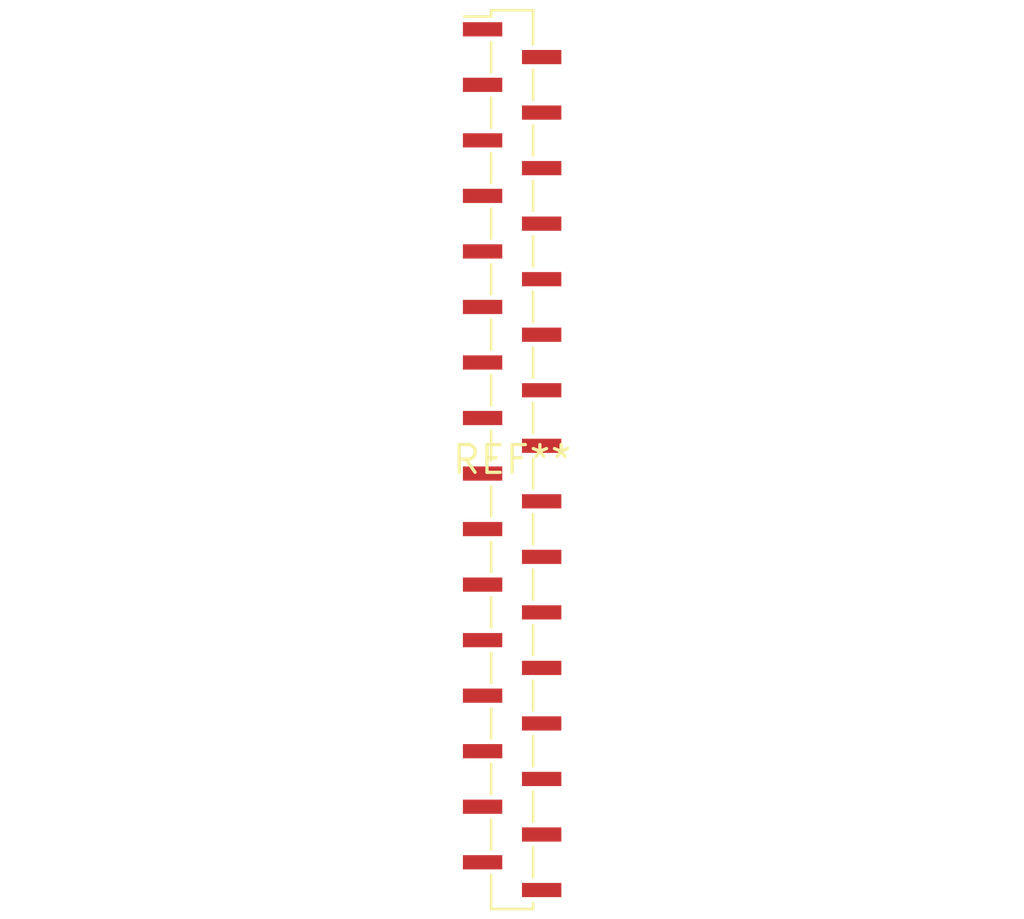
<source format=kicad_pcb>
(kicad_pcb (version 20240108) (generator pcbnew)
  (layers (0 "F.Cu" signal) (31 "B.Cu" signal) (34 "B.Paste" user) (35 "F.Paste" user) (36 "B.SilkS" user "B.Silkscreen") (37 "F.SilkS" user "F.Silkscreen") (38 "B.Mask" user) (39 "F.Mask" user) (44 "Edge.Cuts" user))
  (net 0 "")
  (footprint "PinSocket_1x32_P1.27mm_Vertical_SMD_Pin1Left" (layer "F.Cu") (at 0 0)
    (property "Reference" "REF**")
    (property "Value" "PinSocket_1x32_P1.27mm_Vertical_SMD_Pin1Left")
    (fp_line (start -2.19 -20.27) (end -0.96 -20.27) (layer "F.SilkS") (stroke (width 0.12)))
    (fp_line (start -0.96 -20.555) (end -0.96 -20.27) (layer "F.SilkS") (stroke (width 0.12)))
    (fp_line (start -0.96 -20.555) (end 0.96 -20.555) (layer "F.SilkS") (stroke (width 0.12)))
    (fp_line (start -0.96 -19.1) (end -0.96 -17.73) (layer "F.SilkS") (stroke (width 0.12)))
    (fp_line (start -0.96 -16.56) (end -0.96 -15.19) (layer "F.SilkS") (stroke (width 0.12)))
    (fp_line (start -0.96 -14.02) (end -0.96 -12.65) (layer "F.SilkS") (stroke (width 0.12)))
    (fp_line (start -0.96 -11.48) (end -0.96 -10.11) (layer "F.SilkS") (stroke (width 0.12)))
    (fp_line (start -0.96 -8.94) (end -0.96 -7.57) (layer "F.SilkS") (stroke (width 0.12)))
    (fp_line (start -0.96 -6.4) (end -0.96 -5.03) (layer "F.SilkS") (stroke (width 0.12)))
    (fp_line (start -0.96 -3.86) (end -0.96 -2.49) (layer "F.SilkS") (stroke (width 0.12)))
    (fp_line (start -0.96 -1.32) (end -0.96 0.05) (layer "F.SilkS") (stroke (width 0.12)))
    (fp_line (start -0.96 1.22) (end -0.96 2.59) (layer "F.SilkS") (stroke (width 0.12)))
    (fp_line (start -0.96 3.76) (end -0.96 5.13) (layer "F.SilkS") (stroke (width 0.12)))
    (fp_line (start -0.96 6.3) (end -0.96 7.67) (layer "F.SilkS") (stroke (width 0.12)))
    (fp_line (start -0.96 8.84) (end -0.96 10.21) (layer "F.SilkS") (stroke (width 0.12)))
    (fp_line (start -0.96 11.38) (end -0.96 12.75) (layer "F.SilkS") (stroke (width 0.12)))
    (fp_line (start -0.96 13.92) (end -0.96 15.29) (layer "F.SilkS") (stroke (width 0.12)))
    (fp_line (start -0.96 16.46) (end -0.96 17.83) (layer "F.SilkS") (stroke (width 0.12)))
    (fp_line (start -0.96 19) (end -0.96 20.555) (layer "F.SilkS") (stroke (width 0.12)))
    (fp_line (start -0.96 20.555) (end 0.96 20.555) (layer "F.SilkS") (stroke (width 0.12)))
    (fp_line (start 0.96 -20.555) (end 0.96 -19) (layer "F.SilkS") (stroke (width 0.12)))
    (fp_line (start 0.96 -17.83) (end 0.96 -16.46) (layer "F.SilkS") (stroke (width 0.12)))
    (fp_line (start 0.96 -15.29) (end 0.96 -13.92) (layer "F.SilkS") (stroke (width 0.12)))
    (fp_line (start 0.96 -12.75) (end 0.96 -11.38) (layer "F.SilkS") (stroke (width 0.12)))
    (fp_line (start 0.96 -10.21) (end 0.96 -8.84) (layer "F.SilkS") (stroke (width 0.12)))
    (fp_line (start 0.96 -7.67) (end 0.96 -6.3) (layer "F.SilkS") (stroke (width 0.12)))
    (fp_line (start 0.96 -5.13) (end 0.96 -3.76) (layer "F.SilkS") (stroke (width 0.12)))
    (fp_line (start 0.96 -2.59) (end 0.96 -1.22) (layer "F.SilkS") (stroke (width 0.12)))
    (fp_line (start 0.96 -0.05) (end 0.96 1.32) (layer "F.SilkS") (stroke (width 0.12)))
    (fp_line (start 0.96 2.49) (end 0.96 3.86) (layer "F.SilkS") (stroke (width 0.12)))
    (fp_line (start 0.96 5.03) (end 0.96 6.4) (layer "F.SilkS") (stroke (width 0.12)))
    (fp_line (start 0.96 7.57) (end 0.96 8.94) (layer "F.SilkS") (stroke (width 0.12)))
    (fp_line (start 0.96 10.11) (end 0.96 11.48) (layer "F.SilkS") (stroke (width 0.12)))
    (fp_line (start 0.96 12.65) (end 0.96 14.02) (layer "F.SilkS") (stroke (width 0.12)))
    (fp_line (start 0.96 15.19) (end 0.96 16.56) (layer "F.SilkS") (stroke (width 0.12)))
    (fp_line (start 0.96 17.73) (end 0.96 19.1) (layer "F.SilkS") (stroke (width 0.12)))
    (fp_line (start 0.96 20.27) (end 0.96 20.555) (layer "F.SilkS") (stroke (width 0.12)))
    (pad "1" smd rect (at -1.35 -19.685) (size 1.8 0.65) (layers "F.Cu" "F.Paste" "F.Mask"))
    (pad "2" smd rect (at 1.35 -18.415) (size 1.8 0.65) (layers "F.Cu" "F.Paste" "F.Mask"))
    (pad "3" smd rect (at -1.35 -17.145) (size 1.8 0.65) (layers "F.Cu" "F.Paste" "F.Mask"))
    (pad "4" smd rect (at 1.35 -15.875) (size 1.8 0.65) (layers "F.Cu" "F.Paste" "F.Mask"))
    (pad "5" smd rect (at -1.35 -14.605) (size 1.8 0.65) (layers "F.Cu" "F.Paste" "F.Mask"))
    (pad "6" smd rect (at 1.35 -13.335) (size 1.8 0.65) (layers "F.Cu" "F.Paste" "F.Mask"))
    (pad "7" smd rect (at -1.35 -12.065) (size 1.8 0.65) (layers "F.Cu" "F.Paste" "F.Mask"))
    (pad "8" smd rect (at 1.35 -10.795) (size 1.8 0.65) (layers "F.Cu" "F.Paste" "F.Mask"))
    (pad "9" smd rect (at -1.35 -9.525) (size 1.8 0.65) (layers "F.Cu" "F.Paste" "F.Mask"))
    (pad "10" smd rect (at 1.35 -8.255) (size 1.8 0.65) (layers "F.Cu" "F.Paste" "F.Mask"))
    (pad "11" smd rect (at -1.35 -6.985) (size 1.8 0.65) (layers "F.Cu" "F.Paste" "F.Mask"))
    (pad "12" smd rect (at 1.35 -5.715) (size 1.8 0.65) (layers "F.Cu" "F.Paste" "F.Mask"))
    (pad "13" smd rect (at -1.35 -4.445) (size 1.8 0.65) (layers "F.Cu" "F.Paste" "F.Mask"))
    (pad "14" smd rect (at 1.35 -3.175) (size 1.8 0.65) (layers "F.Cu" "F.Paste" "F.Mask"))
    (pad "15" smd rect (at -1.35 -1.905) (size 1.8 0.65) (layers "F.Cu" "F.Paste" "F.Mask"))
    (pad "16" smd rect (at 1.35 -0.635) (size 1.8 0.65) (layers "F.Cu" "F.Paste" "F.Mask"))
    (pad "17" smd rect (at -1.35 0.635) (size 1.8 0.65) (layers "F.Cu" "F.Paste" "F.Mask"))
    (pad "18" smd rect (at 1.35 1.905) (size 1.8 0.65) (layers "F.Cu" "F.Paste" "F.Mask"))
    (pad "19" smd rect (at -1.35 3.175) (size 1.8 0.65) (layers "F.Cu" "F.Paste" "F.Mask"))
    (pad "20" smd rect (at 1.35 4.445) (size 1.8 0.65) (layers "F.Cu" "F.Paste" "F.Mask"))
    (pad "21" smd rect (at -1.35 5.715) (size 1.8 0.65) (layers "F.Cu" "F.Paste" "F.Mask"))
    (pad "22" smd rect (at 1.35 6.985) (size 1.8 0.65) (layers "F.Cu" "F.Paste" "F.Mask"))
    (pad "23" smd rect (at -1.35 8.255) (size 1.8 0.65) (layers "F.Cu" "F.Paste" "F.Mask"))
    (pad "24" smd rect (at 1.35 9.525) (size 1.8 0.65) (layers "F.Cu" "F.Paste" "F.Mask"))
    (pad "25" smd rect (at -1.35 10.795) (size 1.8 0.65) (layers "F.Cu" "F.Paste" "F.Mask"))
    (pad "26" smd rect (at 1.35 12.065) (size 1.8 0.65) (layers "F.Cu" "F.Paste" "F.Mask"))
    (pad "27" smd rect (at -1.35 13.335) (size 1.8 0.65) (layers "F.Cu" "F.Paste" "F.Mask"))
    (pad "28" smd rect (at 1.35 14.605) (size 1.8 0.65) (layers "F.Cu" "F.Paste" "F.Mask"))
    (pad "29" smd rect (at -1.35 15.875) (size 1.8 0.65) (layers "F.Cu" "F.Paste" "F.Mask"))
    (pad "30" smd rect (at 1.35 17.145) (size 1.8 0.65) (layers "F.Cu" "F.Paste" "F.Mask"))
    (pad "31" smd rect (at -1.35 18.415) (size 1.8 0.65) (layers "F.Cu" "F.Paste" "F.Mask"))
    (pad "32" smd rect (at 1.35 19.685) (size 1.8 0.65) (layers "F.Cu" "F.Paste" "F.Mask"))
  )
)
</source>
